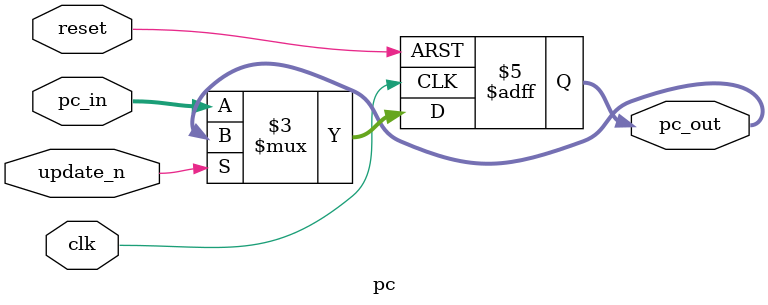
<source format=sv>
`timescale 1ns/1ps
`default_nettype none

module pc #(parameter WIDTH = 32) (
    input  logic clk,
    input  logic reset,

    input  logic update_n,
    input  logic [WIDTH-1:0] pc_in,
    output logic [WIDTH-1:0] pc_out
);
    always_ff @(posedge clk or posedge reset) begin
        if (reset) begin
            pc_out <= 0;
        end else begin
            if (update_n) begin
                pc_out <= pc_out;
            end else begin
                pc_out <= pc_in;
            end 
        end
    end
endmodule
</source>
